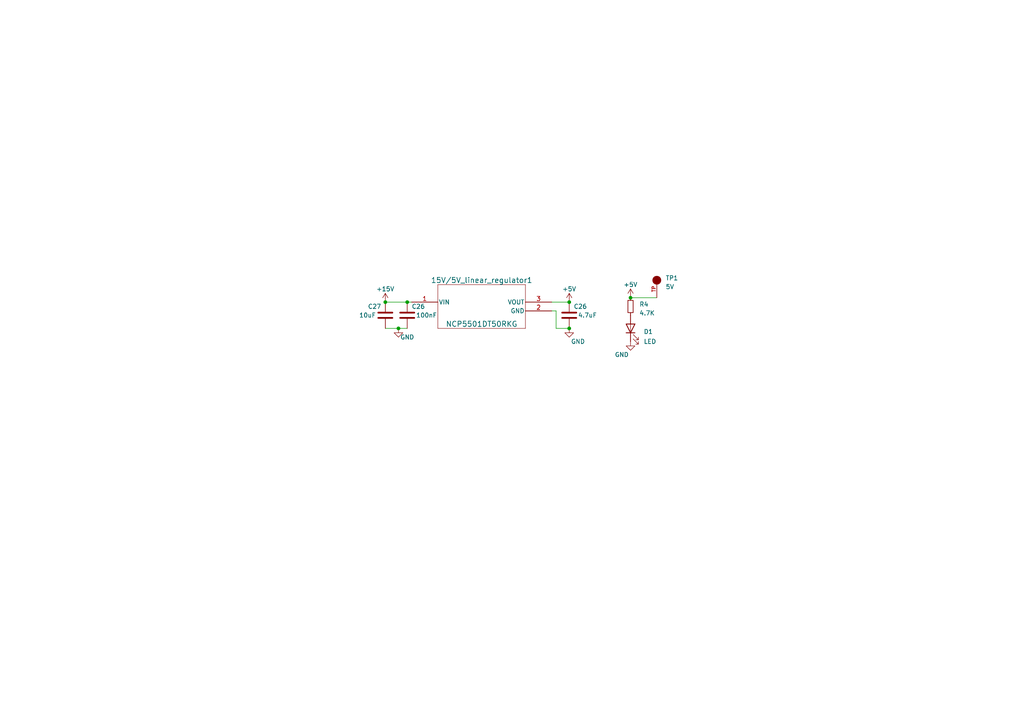
<source format=kicad_sch>
(kicad_sch (version 20230121) (generator eeschema)

  (uuid f66863e5-d41c-4c74-918e-b1373aa97cc7)

  (paper "A4")

  (lib_symbols
    (symbol "5117:5117" (pin_names (offset 1.016)) (in_bom yes) (on_board yes)
      (property "Reference" "TP" (at -2.5444 2.5415 0)
        (effects (font (size 1.27 1.27)) (justify left bottom))
      )
      (property "Value" "5117" (at -2.55 -5.0866 0)
        (effects (font (size 1.27 1.27)) (justify left bottom))
      )
      (property "Footprint" "5117:KEYSTONE_5117" (at 0 0 0)
        (effects (font (size 1.27 1.27)) (justify bottom) hide)
      )
      (property "Datasheet" "" (at 0 0 0)
        (effects (font (size 1.27 1.27)) hide)
      )
      (property "PARTREV" "H" (at 0 0 0)
        (effects (font (size 1.27 1.27)) (justify bottom) hide)
      )
      (property "STANDARD" "Manufacturer Recommendations" (at 0 0 0)
        (effects (font (size 1.27 1.27)) (justify bottom) hide)
      )
      (property "SNAPEDA_PN" "5000" (at 0 0 0)
        (effects (font (size 1.27 1.27)) (justify bottom) hide)
      )
      (property "MAXIMUM_PACKAGE_HEIGHT" "4.57 mm" (at 0 0 0)
        (effects (font (size 1.27 1.27)) (justify bottom) hide)
      )
      (property "MANUFACTURER" "Keystone" (at 0 0 0)
        (effects (font (size 1.27 1.27)) (justify bottom) hide)
      )
      (symbol "5117_0_0"
        (circle (center 0 0) (radius 0.635)
          (stroke (width 1.27) (type default))
          (fill (type none))
        )
        (pin passive line (at -5.08 0 0) (length 5.08)
          (name "~" (effects (font (size 1.016 1.016))))
          (number "TP" (effects (font (size 1.016 1.016))))
        )
      )
    )
    (symbol "Device:C" (pin_numbers hide) (pin_names (offset 0.254)) (in_bom yes) (on_board yes)
      (property "Reference" "C" (at 0.635 2.54 0)
        (effects (font (size 1.27 1.27)) (justify left))
      )
      (property "Value" "C" (at 0.635 -2.54 0)
        (effects (font (size 1.27 1.27)) (justify left))
      )
      (property "Footprint" "" (at 0.9652 -3.81 0)
        (effects (font (size 1.27 1.27)) hide)
      )
      (property "Datasheet" "~" (at 0 0 0)
        (effects (font (size 1.27 1.27)) hide)
      )
      (property "ki_keywords" "cap capacitor" (at 0 0 0)
        (effects (font (size 1.27 1.27)) hide)
      )
      (property "ki_description" "Unpolarized capacitor" (at 0 0 0)
        (effects (font (size 1.27 1.27)) hide)
      )
      (property "ki_fp_filters" "C_*" (at 0 0 0)
        (effects (font (size 1.27 1.27)) hide)
      )
      (symbol "C_0_1"
        (polyline
          (pts
            (xy -2.032 -0.762)
            (xy 2.032 -0.762)
          )
          (stroke (width 0.508) (type default))
          (fill (type none))
        )
        (polyline
          (pts
            (xy -2.032 0.762)
            (xy 2.032 0.762)
          )
          (stroke (width 0.508) (type default))
          (fill (type none))
        )
      )
      (symbol "C_1_1"
        (pin passive line (at 0 3.81 270) (length 2.794)
          (name "~" (effects (font (size 1.27 1.27))))
          (number "1" (effects (font (size 1.27 1.27))))
        )
        (pin passive line (at 0 -3.81 90) (length 2.794)
          (name "~" (effects (font (size 1.27 1.27))))
          (number "2" (effects (font (size 1.27 1.27))))
        )
      )
    )
    (symbol "Device:LED" (pin_numbers hide) (pin_names (offset 1.016) hide) (in_bom yes) (on_board yes)
      (property "Reference" "D" (at 0 2.54 0)
        (effects (font (size 1.27 1.27)))
      )
      (property "Value" "LED" (at 0 -2.54 0)
        (effects (font (size 1.27 1.27)))
      )
      (property "Footprint" "" (at 0 0 0)
        (effects (font (size 1.27 1.27)) hide)
      )
      (property "Datasheet" "~" (at 0 0 0)
        (effects (font (size 1.27 1.27)) hide)
      )
      (property "ki_keywords" "LED diode" (at 0 0 0)
        (effects (font (size 1.27 1.27)) hide)
      )
      (property "ki_description" "Light emitting diode" (at 0 0 0)
        (effects (font (size 1.27 1.27)) hide)
      )
      (property "ki_fp_filters" "LED* LED_SMD:* LED_THT:*" (at 0 0 0)
        (effects (font (size 1.27 1.27)) hide)
      )
      (symbol "LED_0_1"
        (polyline
          (pts
            (xy -1.27 -1.27)
            (xy -1.27 1.27)
          )
          (stroke (width 0.254) (type default))
          (fill (type none))
        )
        (polyline
          (pts
            (xy -1.27 0)
            (xy 1.27 0)
          )
          (stroke (width 0) (type default))
          (fill (type none))
        )
        (polyline
          (pts
            (xy 1.27 -1.27)
            (xy 1.27 1.27)
            (xy -1.27 0)
            (xy 1.27 -1.27)
          )
          (stroke (width 0.254) (type default))
          (fill (type none))
        )
        (polyline
          (pts
            (xy -3.048 -0.762)
            (xy -4.572 -2.286)
            (xy -3.81 -2.286)
            (xy -4.572 -2.286)
            (xy -4.572 -1.524)
          )
          (stroke (width 0) (type default))
          (fill (type none))
        )
        (polyline
          (pts
            (xy -1.778 -0.762)
            (xy -3.302 -2.286)
            (xy -2.54 -2.286)
            (xy -3.302 -2.286)
            (xy -3.302 -1.524)
          )
          (stroke (width 0) (type default))
          (fill (type none))
        )
      )
      (symbol "LED_1_1"
        (pin passive line (at -3.81 0 0) (length 2.54)
          (name "K" (effects (font (size 1.27 1.27))))
          (number "1" (effects (font (size 1.27 1.27))))
        )
        (pin passive line (at 3.81 0 180) (length 2.54)
          (name "A" (effects (font (size 1.27 1.27))))
          (number "2" (effects (font (size 1.27 1.27))))
        )
      )
    )
    (symbol "Device:R_Small" (pin_numbers hide) (pin_names (offset 0.254) hide) (in_bom yes) (on_board yes)
      (property "Reference" "R" (at 0.762 0.508 0)
        (effects (font (size 1.27 1.27)) (justify left))
      )
      (property "Value" "R_Small" (at 0.762 -1.016 0)
        (effects (font (size 1.27 1.27)) (justify left))
      )
      (property "Footprint" "" (at 0 0 0)
        (effects (font (size 1.27 1.27)) hide)
      )
      (property "Datasheet" "~" (at 0 0 0)
        (effects (font (size 1.27 1.27)) hide)
      )
      (property "ki_keywords" "R resistor" (at 0 0 0)
        (effects (font (size 1.27 1.27)) hide)
      )
      (property "ki_description" "Resistor, small symbol" (at 0 0 0)
        (effects (font (size 1.27 1.27)) hide)
      )
      (property "ki_fp_filters" "R_*" (at 0 0 0)
        (effects (font (size 1.27 1.27)) hide)
      )
      (symbol "R_Small_0_1"
        (rectangle (start -0.762 1.778) (end 0.762 -1.778)
          (stroke (width 0.2032) (type default))
          (fill (type none))
        )
      )
      (symbol "R_Small_1_1"
        (pin passive line (at 0 2.54 270) (length 0.762)
          (name "~" (effects (font (size 1.27 1.27))))
          (number "1" (effects (font (size 1.27 1.27))))
        )
        (pin passive line (at 0 -2.54 90) (length 0.762)
          (name "~" (effects (font (size 1.27 1.27))))
          (number "2" (effects (font (size 1.27 1.27))))
        )
      )
    )
    (symbol "NCP5501:NCP5501DT50RKG" (pin_names (offset 0.254)) (in_bom yes) (on_board yes)
      (property "Reference" "15V/5V_linear_regulator1" (at 20.32 6.35 0)
        (effects (font (size 1.524 1.524)))
      )
      (property "Value" "NCP5501DT50RKG" (at 20.32 -6.35 0)
        (effects (font (size 1.524 1.524)))
      )
      (property "Footprint" "NCP5501:DPAK-3_ONS" (at 0 0 0)
        (effects (font (size 1.27 1.27) italic) hide)
      )
      (property "Datasheet" "NCP5501DT50RKG" (at 0 0 0)
        (effects (font (size 1.27 1.27) italic) hide)
      )
      (property "ki_locked" "" (at 0 0 0)
        (effects (font (size 1.27 1.27)))
      )
      (property "ki_keywords" "NCP5501DT50RKG" (at 0 0 0)
        (effects (font (size 1.27 1.27)) hide)
      )
      (property "ki_fp_filters" "DPAK-3_ONS DPAK-3_ONS-M DPAK-3_ONS-L" (at 0 0 0)
        (effects (font (size 1.27 1.27)) hide)
      )
      (symbol "NCP5501DT50RKG_0_1"
        (polyline
          (pts
            (xy 7.62 -7.62)
            (xy 33.02 -7.62)
          )
          (stroke (width 0.127) (type default))
          (fill (type none))
        )
        (polyline
          (pts
            (xy 7.62 5.08)
            (xy 7.62 -7.62)
          )
          (stroke (width 0.127) (type default))
          (fill (type none))
        )
        (polyline
          (pts
            (xy 33.02 -7.62)
            (xy 33.02 5.08)
          )
          (stroke (width 0.127) (type default))
          (fill (type none))
        )
        (polyline
          (pts
            (xy 33.02 5.08)
            (xy 7.62 5.08)
          )
          (stroke (width 0.127) (type default))
          (fill (type none))
        )
        (pin input line (at 0 0 0) (length 7.62)
          (name "VIN" (effects (font (size 1.27 1.27))))
          (number "1" (effects (font (size 1.27 1.27))))
        )
        (pin power_in line (at 40.64 -2.54 180) (length 7.62)
          (name "GND" (effects (font (size 1.27 1.27))))
          (number "2" (effects (font (size 1.27 1.27))))
        )
      )
      (symbol "NCP5501DT50RKG_1_1"
        (pin power_out line (at 40.64 0 180) (length 7.62)
          (name "VOUT" (effects (font (size 1.27 1.27))))
          (number "3" (effects (font (size 1.27 1.27))))
        )
      )
    )
    (symbol "power:+15V" (power) (pin_names (offset 0)) (in_bom yes) (on_board yes)
      (property "Reference" "#PWR" (at 0 -3.81 0)
        (effects (font (size 1.27 1.27)) hide)
      )
      (property "Value" "+15V" (at 0 3.556 0)
        (effects (font (size 1.27 1.27)))
      )
      (property "Footprint" "" (at 0 0 0)
        (effects (font (size 1.27 1.27)) hide)
      )
      (property "Datasheet" "" (at 0 0 0)
        (effects (font (size 1.27 1.27)) hide)
      )
      (property "ki_keywords" "global power" (at 0 0 0)
        (effects (font (size 1.27 1.27)) hide)
      )
      (property "ki_description" "Power symbol creates a global label with name \"+15V\"" (at 0 0 0)
        (effects (font (size 1.27 1.27)) hide)
      )
      (symbol "+15V_0_1"
        (polyline
          (pts
            (xy -0.762 1.27)
            (xy 0 2.54)
          )
          (stroke (width 0) (type default))
          (fill (type none))
        )
        (polyline
          (pts
            (xy 0 0)
            (xy 0 2.54)
          )
          (stroke (width 0) (type default))
          (fill (type none))
        )
        (polyline
          (pts
            (xy 0 2.54)
            (xy 0.762 1.27)
          )
          (stroke (width 0) (type default))
          (fill (type none))
        )
      )
      (symbol "+15V_1_1"
        (pin power_in line (at 0 0 90) (length 0) hide
          (name "+15V" (effects (font (size 1.27 1.27))))
          (number "1" (effects (font (size 1.27 1.27))))
        )
      )
    )
    (symbol "power:+5V" (power) (pin_names (offset 0)) (in_bom yes) (on_board yes)
      (property "Reference" "#PWR" (at 0 -3.81 0)
        (effects (font (size 1.27 1.27)) hide)
      )
      (property "Value" "+5V" (at 0 3.556 0)
        (effects (font (size 1.27 1.27)))
      )
      (property "Footprint" "" (at 0 0 0)
        (effects (font (size 1.27 1.27)) hide)
      )
      (property "Datasheet" "" (at 0 0 0)
        (effects (font (size 1.27 1.27)) hide)
      )
      (property "ki_keywords" "global power" (at 0 0 0)
        (effects (font (size 1.27 1.27)) hide)
      )
      (property "ki_description" "Power symbol creates a global label with name \"+5V\"" (at 0 0 0)
        (effects (font (size 1.27 1.27)) hide)
      )
      (symbol "+5V_0_1"
        (polyline
          (pts
            (xy -0.762 1.27)
            (xy 0 2.54)
          )
          (stroke (width 0) (type default))
          (fill (type none))
        )
        (polyline
          (pts
            (xy 0 0)
            (xy 0 2.54)
          )
          (stroke (width 0) (type default))
          (fill (type none))
        )
        (polyline
          (pts
            (xy 0 2.54)
            (xy 0.762 1.27)
          )
          (stroke (width 0) (type default))
          (fill (type none))
        )
      )
      (symbol "+5V_1_1"
        (pin power_in line (at 0 0 90) (length 0) hide
          (name "+5V" (effects (font (size 1.27 1.27))))
          (number "1" (effects (font (size 1.27 1.27))))
        )
      )
    )
    (symbol "power:GND" (power) (pin_names (offset 0)) (in_bom yes) (on_board yes)
      (property "Reference" "#PWR" (at 0 -6.35 0)
        (effects (font (size 1.27 1.27)) hide)
      )
      (property "Value" "GND" (at 0 -3.81 0)
        (effects (font (size 1.27 1.27)))
      )
      (property "Footprint" "" (at 0 0 0)
        (effects (font (size 1.27 1.27)) hide)
      )
      (property "Datasheet" "" (at 0 0 0)
        (effects (font (size 1.27 1.27)) hide)
      )
      (property "ki_keywords" "global power" (at 0 0 0)
        (effects (font (size 1.27 1.27)) hide)
      )
      (property "ki_description" "Power symbol creates a global label with name \"GND\" , ground" (at 0 0 0)
        (effects (font (size 1.27 1.27)) hide)
      )
      (symbol "GND_0_1"
        (polyline
          (pts
            (xy 0 0)
            (xy 0 -1.27)
            (xy 1.27 -1.27)
            (xy 0 -2.54)
            (xy -1.27 -1.27)
            (xy 0 -1.27)
          )
          (stroke (width 0) (type default))
          (fill (type none))
        )
      )
      (symbol "GND_1_1"
        (pin power_in line (at 0 0 270) (length 0) hide
          (name "GND" (effects (font (size 1.27 1.27))))
          (number "1" (effects (font (size 1.27 1.27))))
        )
      )
    )
  )

  (junction (at 165.1 95.25) (diameter 0) (color 0 0 0 0)
    (uuid 0954ac31-dc3f-40c3-a9ca-f0d74eb16b4c)
  )
  (junction (at 118.11 87.63) (diameter 0) (color 0 0 0 0)
    (uuid 20cdf46d-31f4-49b0-b79e-49ddf4a35f4b)
  )
  (junction (at 182.88 86.36) (diameter 0) (color 0 0 0 0)
    (uuid aaef7197-5182-4eb1-aba9-ea91a70334a0)
  )
  (junction (at 165.1 87.63) (diameter 0) (color 0 0 0 0)
    (uuid d32742f5-647b-407f-8e2b-79aed386ed06)
  )
  (junction (at 115.57 95.25) (diameter 0) (color 0 0 0 0)
    (uuid dd61d6e2-c987-41ad-a24a-d2e74368b1a6)
  )
  (junction (at 111.76 87.63) (diameter 0) (color 0 0 0 0)
    (uuid dfc398e6-a0e2-4432-80f2-412ba9d6179e)
  )

  (wire (pts (xy 111.76 95.25) (xy 115.57 95.25))
    (stroke (width 0) (type default))
    (uuid 12a6d425-123a-4401-9b79-cd72bd259c8a)
  )
  (wire (pts (xy 161.29 90.17) (xy 160.02 90.17))
    (stroke (width 0) (type default))
    (uuid 33db23aa-43e7-48b5-ac38-7219a1cf68dc)
  )
  (wire (pts (xy 165.1 95.25) (xy 161.29 95.25))
    (stroke (width 0) (type default))
    (uuid 50e2e14e-f421-4127-9856-ed0190fb9a5e)
  )
  (wire (pts (xy 161.29 95.25) (xy 161.29 90.17))
    (stroke (width 0) (type default))
    (uuid 7c777edc-e78b-4121-a45c-ca58629a0fae)
  )
  (wire (pts (xy 190.5 86.36) (xy 182.88 86.36))
    (stroke (width 0) (type default))
    (uuid 93440514-253c-4731-9ccc-3e949c448f56)
  )
  (wire (pts (xy 160.02 87.63) (xy 165.1 87.63))
    (stroke (width 0) (type default))
    (uuid b733543c-77d6-4604-9a09-94e3bc339dea)
  )
  (wire (pts (xy 111.76 87.63) (xy 118.11 87.63))
    (stroke (width 0) (type default))
    (uuid b78dccd6-253f-46ad-ad16-46d25482b250)
  )
  (wire (pts (xy 115.57 95.25) (xy 118.11 95.25))
    (stroke (width 0) (type default))
    (uuid b9896ad8-50c9-44a3-8fb7-f2cd7a8743be)
  )
  (wire (pts (xy 118.11 87.63) (xy 119.38 87.63))
    (stroke (width 0) (type default))
    (uuid c255bf68-f8f6-4c77-8709-27af9cf6cd10)
  )

  (symbol (lib_id "power:GND") (at 165.1 95.25 0) (unit 1)
    (in_bom yes) (on_board yes) (dnp no)
    (uuid 0fbd4f8c-791a-4944-92f5-f5aa3e7bdc30)
    (property "Reference" "#PWR01" (at 165.1 101.6 0)
      (effects (font (size 1.27 1.27)) hide)
    )
    (property "Value" "AGND" (at 167.64 99.06 0)
      (effects (font (size 1.27 1.27)))
    )
    (property "Footprint" "" (at 165.1 95.25 0)
      (effects (font (size 1.27 1.27)) hide)
    )
    (property "Datasheet" "" (at 165.1 95.25 0)
      (effects (font (size 1.27 1.27)) hide)
    )
    (pin "1" (uuid e4c04003-5c70-471f-a443-850c6b830893))
    (instances
      (project "PCB_rev1"
        (path "/420b1871-e553-4672-be8f-bcca7ed43833"
          (reference "#PWR01") (unit 1)
        )
        (path "/420b1871-e553-4672-be8f-bcca7ed43833/2acf7657-5d93-40eb-ac0b-0c7d1d5206ff"
          (reference "#PWR067") (unit 1)
        )
      )
      (project "PCB_files"
        (path "/b7743f61-67eb-464d-a18d-e6f474f02623"
          (reference "#PWR021") (unit 1)
        )
      )
    )
  )

  (symbol (lib_id "Device:C") (at 165.1 91.44 0) (unit 1)
    (in_bom yes) (on_board yes) (dnp no)
    (uuid 11fe5f26-cfb4-4964-8d1c-d69fac1021ac)
    (property "Reference" "C26" (at 166.37 88.9 0)
      (effects (font (size 1.27 1.27)) (justify left))
    )
    (property "Value" "4.7uF" (at 167.64 91.44 0)
      (effects (font (size 1.27 1.27)) (justify left))
    )
    (property "Footprint" "Capacitor_SMD:C_0603_1608Metric_Pad1.08x0.95mm_HandSolder" (at 166.0652 95.25 0)
      (effects (font (size 1.27 1.27)) hide)
    )
    (property "Datasheet" "~" (at 165.1 91.44 0)
      (effects (font (size 1.27 1.27)) hide)
    )
    (pin "1" (uuid dafc6778-d5e1-48b5-a5b8-25b2110f598b))
    (pin "2" (uuid d701a7cb-0e15-4a71-9136-ed017d6325f6))
    (instances
      (project "PCB_rev1"
        (path "/420b1871-e553-4672-be8f-bcca7ed43833"
          (reference "C26") (unit 1)
        )
        (path "/420b1871-e553-4672-be8f-bcca7ed43833/2acf7657-5d93-40eb-ac0b-0c7d1d5206ff"
          (reference "C26") (unit 1)
        )
      )
    )
  )

  (symbol (lib_id "Device:C") (at 111.76 91.44 0) (unit 1)
    (in_bom yes) (on_board yes) (dnp no)
    (uuid 17febc61-bccd-4619-8e61-58298ea5833c)
    (property "Reference" "C27" (at 106.68 88.9 0)
      (effects (font (size 1.27 1.27)) (justify left))
    )
    (property "Value" "10uF" (at 104.14 91.44 0)
      (effects (font (size 1.27 1.27)) (justify left))
    )
    (property "Footprint" "Capacitor_SMD:C_0603_1608Metric_Pad1.08x0.95mm_HandSolder" (at 112.7252 95.25 0)
      (effects (font (size 1.27 1.27)) hide)
    )
    (property "Datasheet" "~" (at 111.76 91.44 0)
      (effects (font (size 1.27 1.27)) hide)
    )
    (pin "1" (uuid 9efe2e2b-3a3a-4aba-806a-3a1c2ac82a2b))
    (pin "2" (uuid 3f7be063-7d62-4401-975f-3af66442f409))
    (instances
      (project "PCB_rev1"
        (path "/420b1871-e553-4672-be8f-bcca7ed43833"
          (reference "C27") (unit 1)
        )
        (path "/420b1871-e553-4672-be8f-bcca7ed43833/2acf7657-5d93-40eb-ac0b-0c7d1d5206ff"
          (reference "C24") (unit 1)
        )
      )
    )
  )

  (symbol (lib_id "Device:R_Small") (at 182.88 88.9 0) (unit 1)
    (in_bom yes) (on_board yes) (dnp no) (fields_autoplaced)
    (uuid 276729af-92a5-41e9-9dff-28228c07b2a2)
    (property "Reference" "R4" (at 185.42 88.265 0)
      (effects (font (size 1.27 1.27)) (justify left))
    )
    (property "Value" "4.7K" (at 185.42 90.805 0)
      (effects (font (size 1.27 1.27)) (justify left))
    )
    (property "Footprint" "Resistor_SMD:R_0603_1608Metric_Pad0.98x0.95mm_HandSolder" (at 182.88 88.9 0)
      (effects (font (size 1.27 1.27)) hide)
    )
    (property "Datasheet" "~" (at 182.88 88.9 0)
      (effects (font (size 1.27 1.27)) hide)
    )
    (pin "1" (uuid b5613a97-f8ff-47aa-b01a-5c6f739dde9b))
    (pin "2" (uuid 8b6caabd-5e48-478d-9a9b-6f7b591765f8))
    (instances
      (project "PCB_rev1"
        (path "/420b1871-e553-4672-be8f-bcca7ed43833"
          (reference "R4") (unit 1)
        )
        (path "/420b1871-e553-4672-be8f-bcca7ed43833/2acf7657-5d93-40eb-ac0b-0c7d1d5206ff"
          (reference "R18") (unit 1)
        )
      )
    )
  )

  (symbol (lib_id "power:GND") (at 182.88 99.06 0) (unit 1)
    (in_bom yes) (on_board yes) (dnp no)
    (uuid 559cf221-3b18-4958-9ca7-69fbaa644f88)
    (property "Reference" "#PWR073" (at 182.88 105.41 0)
      (effects (font (size 1.27 1.27)) hide)
    )
    (property "Value" "AGND" (at 180.34 102.87 0)
      (effects (font (size 1.27 1.27)))
    )
    (property "Footprint" "" (at 182.88 99.06 0)
      (effects (font (size 1.27 1.27)) hide)
    )
    (property "Datasheet" "" (at 182.88 99.06 0)
      (effects (font (size 1.27 1.27)) hide)
    )
    (pin "1" (uuid 2f585cf5-92d1-4520-a3a8-263d529ce4f0))
    (instances
      (project "PCB_rev1"
        (path "/420b1871-e553-4672-be8f-bcca7ed43833"
          (reference "#PWR073") (unit 1)
        )
        (path "/420b1871-e553-4672-be8f-bcca7ed43833/2acf7657-5d93-40eb-ac0b-0c7d1d5206ff"
          (reference "#PWR069") (unit 1)
        )
      )
    )
  )

  (symbol (lib_id "Device:LED") (at 182.88 95.25 90) (unit 1)
    (in_bom yes) (on_board yes) (dnp no)
    (uuid 5cd41e55-ade7-47fa-a1a8-9ba9aa2c9028)
    (property "Reference" "D1" (at 186.69 96.2025 90)
      (effects (font (size 1.27 1.27)) (justify right))
    )
    (property "Value" "LED" (at 186.69 99.06 90)
      (effects (font (size 1.27 1.27)) (justify right))
    )
    (property "Footprint" "Diode_SMD:D_0603_1608Metric_Pad1.05x0.95mm_HandSolder" (at 182.88 95.25 0)
      (effects (font (size 1.27 1.27)) hide)
    )
    (property "Datasheet" "~" (at 182.88 95.25 0)
      (effects (font (size 1.27 1.27)) hide)
    )
    (pin "1" (uuid 786718c4-b826-40b9-bd19-336d5162c816))
    (pin "2" (uuid a79ca515-fca5-47da-b6e8-0b0e4cd4ee6b))
    (instances
      (project "PCB_rev1"
        (path "/420b1871-e553-4672-be8f-bcca7ed43833"
          (reference "D1") (unit 1)
        )
        (path "/420b1871-e553-4672-be8f-bcca7ed43833/2acf7657-5d93-40eb-ac0b-0c7d1d5206ff"
          (reference "D3") (unit 1)
        )
      )
    )
  )

  (symbol (lib_id "power:GND") (at 115.57 95.25 0) (unit 1)
    (in_bom yes) (on_board yes) (dnp no)
    (uuid 6ab1b736-b6b9-485e-a097-4cd0d33eae2b)
    (property "Reference" "#PWR03" (at 115.57 101.6 0)
      (effects (font (size 1.27 1.27)) hide)
    )
    (property "Value" "AGND" (at 118.11 97.79 0)
      (effects (font (size 1.27 1.27)))
    )
    (property "Footprint" "" (at 115.57 95.25 0)
      (effects (font (size 1.27 1.27)) hide)
    )
    (property "Datasheet" "" (at 115.57 95.25 0)
      (effects (font (size 1.27 1.27)) hide)
    )
    (pin "1" (uuid c0701783-89cb-4f44-bcc1-dd1db910bde4))
    (instances
      (project "PCB_rev1"
        (path "/420b1871-e553-4672-be8f-bcca7ed43833"
          (reference "#PWR03") (unit 1)
        )
        (path "/420b1871-e553-4672-be8f-bcca7ed43833/2acf7657-5d93-40eb-ac0b-0c7d1d5206ff"
          (reference "#PWR065") (unit 1)
        )
      )
    )
  )

  (symbol (lib_id "5117:5117") (at 190.5 81.28 90) (unit 1)
    (in_bom yes) (on_board yes) (dnp no)
    (uuid 757091a8-33ec-41fd-8dd3-4e0486dec854)
    (property "Reference" "TP1" (at 193.04 80.645 90)
      (effects (font (size 1.27 1.27)) (justify right))
    )
    (property "Value" "5V" (at 193.04 83.185 90)
      (effects (font (size 1.27 1.27)) (justify right))
    )
    (property "Footprint" "5117:KEYSTONE_5117" (at 190.5 81.28 0)
      (effects (font (size 1.27 1.27)) (justify bottom) hide)
    )
    (property "Datasheet" "" (at 190.5 81.28 0)
      (effects (font (size 1.27 1.27)) hide)
    )
    (property "PARTREV" "H" (at 190.5 81.28 0)
      (effects (font (size 1.27 1.27)) (justify bottom) hide)
    )
    (property "STANDARD" "Manufacturer Recommendations" (at 190.5 81.28 0)
      (effects (font (size 1.27 1.27)) (justify bottom) hide)
    )
    (property "SNAPEDA_PN" "5000" (at 190.5 81.28 0)
      (effects (font (size 1.27 1.27)) (justify bottom) hide)
    )
    (property "MAXIMUM_PACKAGE_HEIGHT" "4.57 mm" (at 190.5 81.28 0)
      (effects (font (size 1.27 1.27)) (justify bottom) hide)
    )
    (property "MANUFACTURER" "Keystone" (at 190.5 81.28 0)
      (effects (font (size 1.27 1.27)) (justify bottom) hide)
    )
    (pin "TP" (uuid 702e7bca-1222-4b6a-a9e4-0126330e70ed))
    (instances
      (project "PCB_rev1"
        (path "/420b1871-e553-4672-be8f-bcca7ed43833/1b7be49f-c249-4163-80da-86b90e3587c4"
          (reference "TP1") (unit 1)
        )
        (path "/420b1871-e553-4672-be8f-bcca7ed43833"
          (reference "TP5") (unit 1)
        )
        (path "/420b1871-e553-4672-be8f-bcca7ed43833/2acf7657-5d93-40eb-ac0b-0c7d1d5206ff"
          (reference "TP15") (unit 1)
        )
      )
      (project "PCB_files"
        (path "/b7743f61-67eb-464d-a18d-e6f474f02623"
          (reference "TP3") (unit 1)
        )
      )
    )
  )

  (symbol (lib_id "NCP5501:NCP5501DT50RKG") (at 119.38 87.63 0) (unit 1)
    (in_bom yes) (on_board yes) (dnp no)
    (uuid 81694112-fcb0-429b-a29f-55b39bea81f0)
    (property "Reference" "15V/5V_linear_regulator1" (at 139.7 81.28 0)
      (effects (font (size 1.524 1.524)))
    )
    (property "Value" "NCP5501DT50RKG" (at 139.7 93.98 0)
      (effects (font (size 1.524 1.524)))
    )
    (property "Footprint" "NCP5501:DPAK-3_ONS" (at 119.38 87.63 0)
      (effects (font (size 1.27 1.27) italic) hide)
    )
    (property "Datasheet" "https://www.onsemi.com/pdf/datasheet/ncp5500-d.pdf" (at 119.38 87.63 0)
      (effects (font (size 1.27 1.27) italic) hide)
    )
    (pin "1" (uuid 8fe3b5cf-9c2a-4005-adfe-0facdf845a30))
    (pin "2" (uuid 9e8a505e-7208-4107-ab88-c9638dfb8eb8))
    (pin "3" (uuid e8945dac-b28f-47a9-8619-afa87ad0f7d7))
    (instances
      (project "PCB_rev1"
        (path "/420b1871-e553-4672-be8f-bcca7ed43833"
          (reference "15V/5V_linear_regulator1") (unit 1)
        )
        (path "/420b1871-e553-4672-be8f-bcca7ed43833/2acf7657-5d93-40eb-ac0b-0c7d1d5206ff"
          (reference "15V/5V_linear_regulator1") (unit 1)
        )
      )
      (project "PCB_files"
        (path "/b7743f61-67eb-464d-a18d-e6f474f02623"
          (reference "15V/5V_linear_regulator1") (unit 1)
        )
      )
    )
  )

  (symbol (lib_id "Device:C") (at 118.11 91.44 0) (unit 1)
    (in_bom yes) (on_board yes) (dnp no)
    (uuid c516c2d5-9e5b-4225-b861-68f43932f75c)
    (property "Reference" "C26" (at 119.38 88.9 0)
      (effects (font (size 1.27 1.27)) (justify left))
    )
    (property "Value" "100nF" (at 120.65 91.44 0)
      (effects (font (size 1.27 1.27)) (justify left))
    )
    (property "Footprint" "Capacitor_SMD:C_0603_1608Metric_Pad1.08x0.95mm_HandSolder" (at 119.0752 95.25 0)
      (effects (font (size 1.27 1.27)) hide)
    )
    (property "Datasheet" "~" (at 118.11 91.44 0)
      (effects (font (size 1.27 1.27)) hide)
    )
    (pin "1" (uuid d7410db4-64ca-44d4-ad21-d4cd1063154c))
    (pin "2" (uuid 576e98f6-4bf0-4ecc-92a9-6fc0325b1b1a))
    (instances
      (project "PCB_rev1"
        (path "/420b1871-e553-4672-be8f-bcca7ed43833"
          (reference "C26") (unit 1)
        )
        (path "/420b1871-e553-4672-be8f-bcca7ed43833/2acf7657-5d93-40eb-ac0b-0c7d1d5206ff"
          (reference "C25") (unit 1)
        )
      )
    )
  )

  (symbol (lib_id "power:+5V") (at 165.1 87.63 0) (unit 1)
    (in_bom yes) (on_board yes) (dnp no) (fields_autoplaced)
    (uuid c74de315-621c-475e-841c-ca82be93e7c3)
    (property "Reference" "#PWR055" (at 165.1 91.44 0)
      (effects (font (size 1.27 1.27)) hide)
    )
    (property "Value" "+5V" (at 165.1 83.82 0)
      (effects (font (size 1.27 1.27)))
    )
    (property "Footprint" "" (at 165.1 87.63 0)
      (effects (font (size 1.27 1.27)) hide)
    )
    (property "Datasheet" "" (at 165.1 87.63 0)
      (effects (font (size 1.27 1.27)) hide)
    )
    (pin "1" (uuid be6a8bba-d17c-47b2-a1be-e2354a32897c))
    (instances
      (project "PCB_rev1"
        (path "/420b1871-e553-4672-be8f-bcca7ed43833"
          (reference "#PWR055") (unit 1)
        )
        (path "/420b1871-e553-4672-be8f-bcca7ed43833/2acf7657-5d93-40eb-ac0b-0c7d1d5206ff"
          (reference "#PWR066") (unit 1)
        )
      )
    )
  )

  (symbol (lib_id "power:+15V") (at 111.76 87.63 0) (unit 1)
    (in_bom yes) (on_board yes) (dnp no) (fields_autoplaced)
    (uuid d79b0aa2-aa0a-4b40-85b8-c2a6d61be99c)
    (property "Reference" "#PWR044" (at 111.76 91.44 0)
      (effects (font (size 1.27 1.27)) hide)
    )
    (property "Value" "+15V" (at 111.76 83.82 0)
      (effects (font (size 1.27 1.27)))
    )
    (property "Footprint" "" (at 111.76 87.63 0)
      (effects (font (size 1.27 1.27)) hide)
    )
    (property "Datasheet" "" (at 111.76 87.63 0)
      (effects (font (size 1.27 1.27)) hide)
    )
    (pin "1" (uuid 234feb56-6dc5-42bb-b38c-79ea67ee12bb))
    (instances
      (project "PCB_rev1"
        (path "/420b1871-e553-4672-be8f-bcca7ed43833"
          (reference "#PWR044") (unit 1)
        )
        (path "/420b1871-e553-4672-be8f-bcca7ed43833/2acf7657-5d93-40eb-ac0b-0c7d1d5206ff"
          (reference "#PWR064") (unit 1)
        )
      )
    )
  )

  (symbol (lib_id "power:+5V") (at 182.88 86.36 0) (unit 1)
    (in_bom yes) (on_board yes) (dnp no) (fields_autoplaced)
    (uuid e281d379-7255-433a-abd5-4fad55fddddb)
    (property "Reference" "#PWR055" (at 182.88 90.17 0)
      (effects (font (size 1.27 1.27)) hide)
    )
    (property "Value" "+5V" (at 182.88 82.55 0)
      (effects (font (size 1.27 1.27)))
    )
    (property "Footprint" "" (at 182.88 86.36 0)
      (effects (font (size 1.27 1.27)) hide)
    )
    (property "Datasheet" "" (at 182.88 86.36 0)
      (effects (font (size 1.27 1.27)) hide)
    )
    (pin "1" (uuid 3bf22fbe-e5b3-4f35-b0e8-92e78b70fd06))
    (instances
      (project "PCB_rev1"
        (path "/420b1871-e553-4672-be8f-bcca7ed43833"
          (reference "#PWR055") (unit 1)
        )
        (path "/420b1871-e553-4672-be8f-bcca7ed43833/2acf7657-5d93-40eb-ac0b-0c7d1d5206ff"
          (reference "#PWR068") (unit 1)
        )
      )
    )
  )
)

</source>
